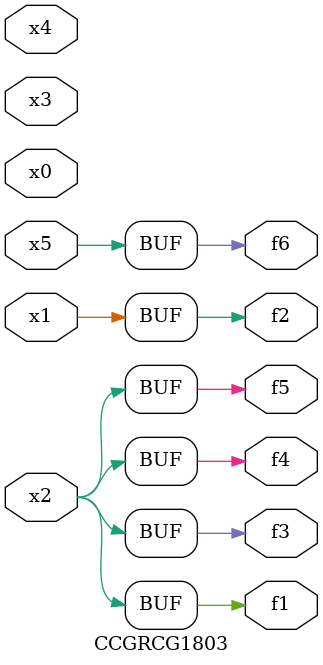
<source format=v>
module CCGRCG1803(
	input x0, x1, x2, x3, x4, x5,
	output f1, f2, f3, f4, f5, f6
);
	assign f1 = x2;
	assign f2 = x1;
	assign f3 = x2;
	assign f4 = x2;
	assign f5 = x2;
	assign f6 = x5;
endmodule

</source>
